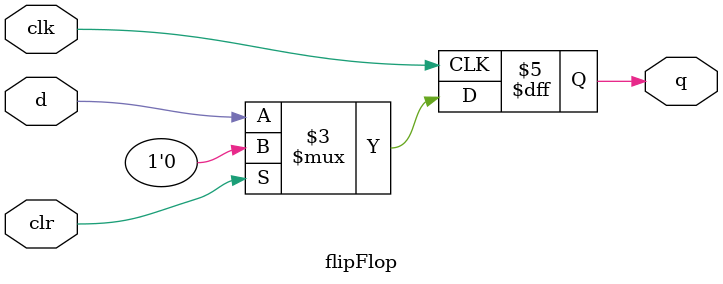
<source format=v>
`timescale 1ns / 1ps
module flipFlop(q, clk, d, clr);
	input clk, clr, d;
	output reg q;
	always @(negedge clk)
	if (clr) q <= 0;
	else q <= d;
endmodule


</source>
